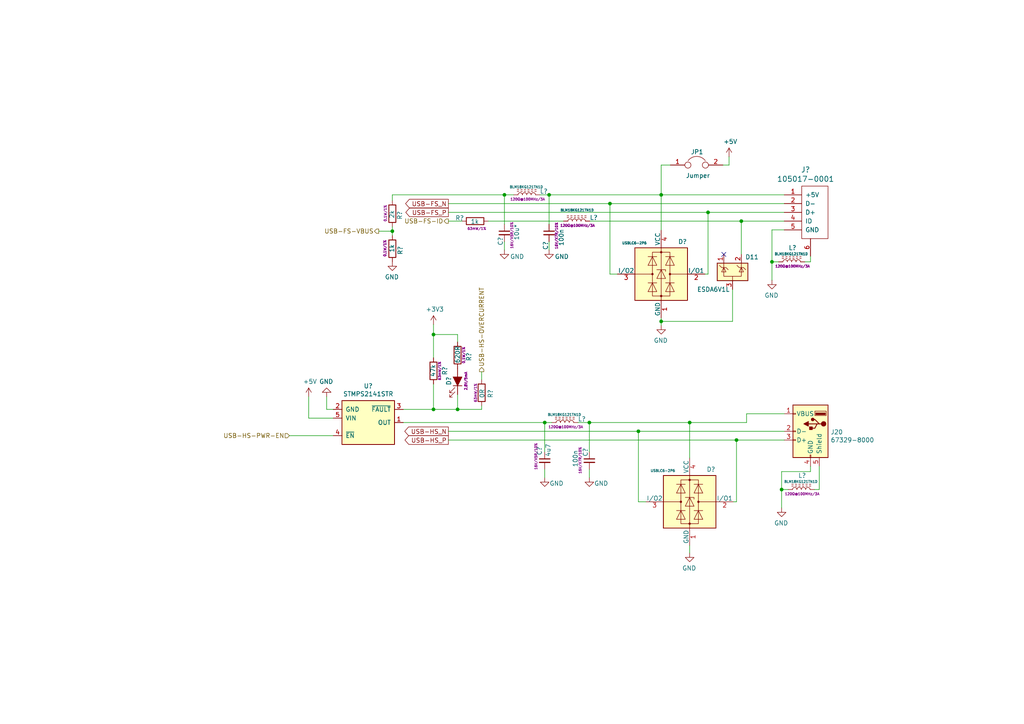
<source format=kicad_sch>
(kicad_sch (version 20231120) (generator "eeschema") (generator_version "8.0")
  (paper "A4")
  (title_block (title "Buddy") (date "2019-10-24") (rev "v1.0.0") (company "PRUSA Research s.r.o.") (comment 1 "http://creativecommons.org/licenses/by-sa/4.0/") (comment 2 "Licensed under the Attribution-ShareAlike 4.0 International (CC BY-SA 4.0)"))
  (lib_symbols
    (symbol "BUDDY_v1.0.0-rescue:+3.3V-power" (power) (pin_names (offset 0))
      (property "Value" "power:+3.3V" (at 0 3.556 0))
      (symbol "+3.3V-power_0_1"
        (polyline (pts (xy -0.762 1.27) (xy 0 2.54)))
        (polyline (pts (xy 0 0) (xy 0 2.54)))
        (polyline (pts (xy 0 2.54) (xy 0.762 1.27)))
      )
      (symbol "+3.3V-power_1_1"
        (pin power_in line (at 0 0 90) (length 0) hide (name "+3V3") (number "1"))
      )
    )
    (symbol "BUDDY_v1.0.0-rescue:+5V-power" (power) (pin_names (offset 0))
      (property "Value" "power:+5V" (at 0 3.556 0))
      (symbol "+5V-power_0_1"
        (polyline (pts (xy -0.762 1.27) (xy 0 2.54)))
        (polyline (pts (xy 0 0) (xy 0 2.54)))
        (polyline (pts (xy 0 2.54) (xy 0.762 1.27)))
      )
      (symbol "+5V-power_1_1"
        (pin power_in line (at 0 0 90) (length 0) hide (name "+5V") (number "1"))
      )
    )
    (symbol "BUDDY_v1.0.0-rescue:GND-power" (power) (pin_names (offset 0))
      (property "Value" "power:GND" (at 0 -3.81 0))
      (symbol "GND-power_0_1"
        (polyline (pts (xy 0 0) (xy 0 -1.27) (xy 1.27 -1.27) (xy 0 -2.54) (xy -1.27 -1.27) (xy 0 -1.27)))
      )
      (symbol "GND-power_1_1"
        (pin power_in line (at 0 0 270) (length 0) hide (name "GND") (number "1"))
      )
    )
    (symbol "BUDDY_v1.0.0-rescue:Jumper-Device" (pin_names (offset 0.762) hide)
      (property "Reference" "JP" (at 0 3.81 0))
      (property "Value" "Device:Jumper" (at 0 -2.032 0))
      (symbol "Jumper-Device_0_1"
        (circle (center -2.54 0) (radius 0.889))
        (arc (start 2.5146 1.27) (mid 0.0078 2.5097) (end -2.4892 1.27))
        (circle (center 2.54 0) (radius 0.889))
        (pin passive line (at -7.62 0 0) (length 4.191) (name "1") (number "1"))
        (pin passive line (at 7.62 0 180) (length 4.191) (name "2") (number "2"))
      )
    )
    (symbol "BUDDY_v1.0.0-rescue:LED_ALT-Device" (pin_numbers hide) (pin_names (offset 1.016) hide)
      (property "Reference" "D" (at 0 2.54 0))
      (property "Value" "Device:LED_ALT" (at 0 -2.54 0))
      (symbol "LED_ALT-Device_0_1"
        (polyline (pts (xy -1.27 -1.27) (xy -1.27 1.27)) (stroke (width 0.2032)))
        (polyline (pts (xy -1.27 0) (xy 1.27 0)))
        (polyline (pts (xy 1.27 -1.27) (xy 1.27 1.27) (xy -1.27 0) (xy 1.27 -1.27)) (stroke (width 0.2032)) (fill (type outline)))
        (polyline (pts (xy -3.048 -0.762) (xy -4.572 -2.286) (xy -3.81 -2.286) (xy -4.572 -2.286) (xy -4.572 -1.524)))
        (polyline (pts (xy -1.778 -0.762) (xy -3.302 -2.286) (xy -2.54 -2.286) (xy -3.302 -2.286) (xy -3.302 -1.524)))
      )
      (symbol "LED_ALT-Device_1_1"
        (pin passive line (at -3.81 0 0) (length 2.54) (name "K") (number "1"))
        (pin passive line (at 3.81 0 180) (length 2.54) (name "A") (number "2"))
      )
    )
    (symbol "BUDDY_v1.0.0-rescue:L_Core_Ferrite-Device" (pin_numbers hide) (pin_names (offset 1.016) hide)
      (property "Reference" "L" (at -1.27 0 90))
      (property "Value" "Device:L_Core_Ferrite" (at 2.794 0 90))
      (symbol "L_Core_Ferrite-Device_0_1"
        (arc (start 0 -2.54) (mid 0.635 -1.905) (end 0 -1.27))
        (arc (start 0 -1.27) (mid 0.635 -0.635) (end 0 0))
        (polyline (pts (xy 1.016 -2.794) (xy 1.016 -2.286)))
        (polyline (pts (xy 1.016 -1.778) (xy 1.016 -1.27)))
        (polyline (pts (xy 1.016 -0.762) (xy 1.016 -0.254)))
        (polyline (pts (xy 1.016 0.254) (xy 1.016 0.762)))
        (polyline (pts (xy 1.016 1.27) (xy 1.016 1.778)))
        (polyline (pts (xy 1.016 2.286) (xy 1.016 2.794)))
        (polyline (pts (xy 1.524 -2.286) (xy 1.524 -2.794)))
        (polyline (pts (xy 1.524 -1.27) (xy 1.524 -1.778)))
        (polyline (pts (xy 1.524 -0.254) (xy 1.524 -0.762)))
        (polyline (pts (xy 1.524 0.762) (xy 1.524 0.254)))
        (polyline (pts (xy 1.524 1.778) (xy 1.524 1.27)))
        (polyline (pts (xy 1.524 2.794) (xy 1.524 2.286)))
        (arc (start 0 0) (mid 0.635 0.635) (end 0 1.27))
        (arc (start 0 1.27) (mid 0.635 1.905) (end 0 2.54))
      )
      (symbol "L_Core_Ferrite-Device_1_1"
        (pin passive line (at 0 3.81 270) (length 1.27) (name "1") (number "1"))
        (pin passive line (at 0 -3.81 90) (length 1.27) (name "2") (number "2"))
      )
    )
    (symbol "BUDDY_v1.0.0-rescue:PRTR5V0U2X-Power_Protection" (pin_names (offset 0))
      (property "Reference" "D" (at 2.794 8.636 0))
      (property "Value" "Power_Protection:PRTR5V0U2X" (at 8.128 -9.398 0))
      (symbol "PRTR5V0U2X-Power_Protection_0_1"
        (rectangle (start -7.62 -7.62) (end 7.62 7.62) (stroke (width 0.254)) (fill (type background)))
        (circle (center -2.54 0) (radius 0.254) (fill (type outline)))
        (circle (center 0 -6.35) (radius 0.254) (fill (type outline)))
        (polyline (pts (xy -2.54 -2.54) (xy -2.54 5.08)))
        (polyline (pts (xy -2.54 0) (xy -7.62 0)))
        (polyline (pts (xy -1.27 -2.54) (xy -3.81 -2.54)))
        (polyline (pts (xy -1.27 5.08) (xy -3.81 5.08)))
        (polyline (pts (xy 0 -7.62) (xy 0 -6.35)))
        (polyline (pts (xy 0 -6.35) (xy 0 1.27)))
        (polyline (pts (xy 0 1.27) (xy 0 6.35)))
        (polyline (pts (xy 0 6.35) (xy 0 7.62)))
        (polyline (pts (xy 1.27 -2.54) (xy 3.81 -2.54)))
        (polyline (pts (xy 1.27 5.08) (xy 3.81 5.08)))
        (polyline (pts (xy 2.54 -2.54) (xy 2.54 5.08)))
        (polyline (pts (xy 2.54 0) (xy 7.62 0)))
        (polyline (pts (xy 0 -6.35) (xy -2.54 -6.35) (xy -2.54 -2.54)))
        (polyline (pts (xy 1.27 1.27) (xy -1.27 1.27) (xy -1.27 0.762)))
        (polyline (pts (xy 2.54 -2.54) (xy 2.54 -6.35) (xy 0 -6.35)))
        (polyline (pts (xy -3.81 -5.08) (xy -1.27 -5.08) (xy -2.54 -2.54) (xy -3.81 -5.08)))
        (polyline (pts (xy -3.81 2.54) (xy -1.27 2.54) (xy -2.54 5.08) (xy -3.81 2.54)))
        (polyline (pts (xy -2.54 5.08) (xy -2.54 6.35) (xy 2.54 6.35) (xy 2.54 5.08)))
        (polyline (pts (xy -1.27 -1.27) (xy 1.27 -1.27) (xy 0 1.27) (xy -1.27 -1.27)))
        (polyline (pts (xy 3.81 -5.08) (xy 1.27 -5.08) (xy 2.54 -2.54) (xy 3.81 -5.08)))
        (polyline (pts (xy 3.81 2.54) (xy 1.27 2.54) (xy 2.54 5.08) (xy 3.81 2.54)))
        (circle (center 0 6.35) (radius 0.254) (fill (type outline)))
        (circle (center 2.54 0) (radius 0.254) (fill (type outline)))
      )
      (symbol "PRTR5V0U2X-Power_Protection_1_1"
        (pin power_in line (at 0 -12.7 90) (length 5.08) (name "GND") (number "1"))
        (pin passive line (at -12.7 0 0) (length 5.08) (name "I/O1") (number "2"))
        (pin passive line (at 12.7 0 180) (length 5.08) (name "I/O2") (number "3"))
        (pin power_in line (at 0 12.7 270) (length 5.08) (name "VCC") (number "4"))
      )
    )
    (symbol "BUDDY_v1.0.0-rescue:SP0502BAHT-Power_Protection" (pin_names (offset 1.016) hide)
      (property "Reference" "D" (at 5.715 2.54 0))
      (property "Value" "Power_Protection:SP0502BAHT" (at 5.715 0.635 0))
      (symbol "SP0502BAHT-Power_Protection_0_0"
        (pin input line (at 0 -5.08 90) (length 2.54) (name "A") (number "3"))
      )
      (symbol "SP0502BAHT-Power_Protection_0_1"
        (rectangle (start -4.445 2.54) (end 4.445 -2.54) (stroke (width 0.254)) (fill (type background)))
        (polyline (pts (xy -2.54 2.54) (xy -2.54 1.27)))
        (polyline (pts (xy 0 -1.27) (xy 0 -2.54)))
        (polyline (pts (xy 2.54 2.54) (xy 2.54 1.27)))
        (polyline (pts (xy -3.81 1.905) (xy -3.175 1.27) (xy -1.905 1.27) (xy -1.27 0.635)))
        (polyline (pts (xy -2.54 1.27) (xy -2.54 -1.27) (xy 2.54 -1.27) (xy 2.54 1.27)))
        (polyline (pts (xy -2.54 1.27) (xy -1.905 0) (xy -3.175 0) (xy -2.54 1.27)))
        (polyline (pts (xy 1.27 1.905) (xy 1.905 1.27) (xy 3.175 1.27) (xy 3.81 0.635)))
        (polyline (pts (xy 2.54 1.27) (xy 1.905 0) (xy 3.175 0) (xy 2.54 1.27)))
      )
      (symbol "SP0502BAHT-Power_Protection_1_1"
        (pin input line (at -2.54 5.08 270) (length 2.54) (name "K") (number "1"))
        (pin input line (at 2.54 5.08 270) (length 2.54) (name "K") (number "2"))
      )
    )
    (symbol "BUDDY_v1.0.0-rescue:STMPS2141STR-Power_Management" (pin_names (offset 1.016))
      (property "Reference" "U" (at -7.62 11.43 0))
      (property "Value" "Power_Management:STMPS2141STR" (at 7.62 8.89 0))
      (symbol "STMPS2141STR-Power_Management_0_1"
        (rectangle (start -7.62 7.62) (end 7.62 -5.08) (stroke (width 0.254)) (fill (type background)))
      )
      (symbol "STMPS2141STR-Power_Management_1_1"
        (pin power_out line (at 10.16 1.27 180) (length 2.54) (name "OUT") (number "1"))
        (pin power_in line (at -10.16 5.08 0) (length 2.54) (name "GND") (number "2"))
        (pin power_out line (at 10.16 5.08 180) (length 2.54) (name "~{FAULT}") (number "3"))
        (pin input line (at -10.16 -2.54 0) (length 2.54) (name "~{EN}") (number "4"))
        (pin power_in line (at -10.16 2.54 0) (length 2.54) (name "VIN") (number "5"))
      )
    )
    (symbol "BUDDY_v1.0.0-rescue:USB-micro-Connector" (pin_names (offset 1.016))
      (property "Reference" "J" (at 1.27 -8.89 0))
      (property "Value" "Connector:USB-micro" (at -1.27 8.89 0))
      (symbol "USB-micro-Connector_0_1"
        (rectangle (start 0 7.62) (end -7.62 -7.62))
      )
      (symbol "USB-micro-Connector_1_1"
        (pin input line (at 5.08 5.08 180) (length 5.08) (name "+5V") (number "1"))
        (pin input line (at 5.08 2.54 180) (length 5.08) (name "D-") (number "2"))
        (pin input line (at 5.08 0 180) (length 5.08) (name "D+") (number "3"))
        (pin input line (at 5.08 -2.54 180) (length 5.08) (name "ID") (number "4"))
        (pin input line (at 5.08 -5.08 180) (length 5.08) (name "GND") (number "5"))
        (pin input line (at -2.54 -12.7 90) (length 5.08) (name "~") (number "6"))
      )
    )
    (symbol "BUDDY_v1.0.0-rescue:USB_A-Connector" (pin_names (offset 1.016))
      (property "Reference" "J" (at -5.08 11.43 0))
      (property "Value" "Connector:USB_A" (at -5.08 8.89 0))
      (symbol "USB_A-Connector_0_1"
        (rectangle (start -5.08 -7.62) (end 5.08 7.62) (stroke (width 0.254)) (fill (type background)))
        (circle (center -3.81 2.159) (radius 0.635) (stroke (width 0.254)) (fill (type outline)))
        (rectangle (start -1.524 4.826) (end -4.318 5.334) (fill (type outline)))
        (rectangle (start -1.27 4.572) (end -4.572 5.842))
        (circle (center -0.635 3.429) (radius 0.381) (stroke (width 0.254)) (fill (type outline)))
        (rectangle (start -0.127 -7.62) (end 0.127 -6.858))
        (polyline (pts (xy -3.175 2.159) (xy -2.54 2.159) (xy -1.27 3.429) (xy -0.635 3.429)) (stroke (width 0.254)))
        (polyline (pts (xy -2.54 2.159) (xy -1.905 2.159) (xy -1.27 0.889) (xy 0 0.889)) (stroke (width 0.254)))
        (polyline (pts (xy 0.635 2.794) (xy 0.635 1.524) (xy 1.905 2.159) (xy 0.635 2.794)) (stroke (width 0.254)) (fill (type outline)))
        (rectangle (start 0.254 1.27) (end -0.508 0.508) (stroke (width 0.254)) (fill (type outline)))
        (rectangle (start 5.08 -2.667) (end 4.318 -2.413))
        (rectangle (start 5.08 -0.127) (end 4.318 0.127))
        (rectangle (start 5.08 4.953) (end 4.318 5.207))
      )
      (symbol "USB_A-Connector_1_1"
        (polyline (pts (xy -1.905 2.159) (xy 0.635 2.159)) (stroke (width 0.254)))
        (pin power_in line (at 7.62 5.08 180) (length 2.54) (name "VBUS") (number "1"))
        (pin passive line (at 7.62 0 180) (length 2.54) (name "D-") (number "2"))
        (pin passive line (at 7.62 -2.54 180) (length 2.54) (name "D+") (number "3"))
        (pin power_in line (at 0 -10.16 90) (length 2.54) (name "GND") (number "4"))
        (pin passive line (at -2.54 -10.16 90) (length 2.54) (name "Shield") (number "5"))
      )
    )
    (symbol "Device:C_Small" (pin_numbers hide) (pin_names (offset 0.254) hide)
      (property "Reference" "C" (at 0.254 1.778 0))
      (property "Value" "C_Small" (at 0.254 -2.032 0))
      (symbol "C_Small_0_1"
        (polyline (pts (xy -1.524 -0.508) (xy 1.524 -0.508)) (stroke (width 0.3302)))
        (polyline (pts (xy -1.524 0.508) (xy 1.524 0.508)) (stroke (width 0.3048)))
      )
      (symbol "C_Small_1_1"
        (pin passive line (at 0 2.54 270) (length 2.032) (name "~") (number "1"))
        (pin passive line (at 0 -2.54 90) (length 2.032) (name "~") (number "2"))
      )
    )
    (symbol "Device:R" (pin_numbers hide) (pin_names (offset 0))
      (property "Reference" "R" (at 2.032 0 90))
      (property "Value" "R" (at 0 0 90))
      (symbol "R_0_1"
        (rectangle (start -1.016 -2.54) (end 1.016 2.54) (stroke (width 0.254)))
      )
      (symbol "R_1_1"
        (pin passive line (at 0 3.81 270) (length 1.27) (name "~") (number "1"))
        (pin passive line (at 0 -3.81 90) (length 1.27) (name "~") (number "2"))
      )
    )
  )
  (junction (at 170.942 122.555))
  (junction (at 191.77 93.218))
  (junction (at 205.359 61.595))
  (junction (at 146.304 56.515))
  (junction (at 213.614 127.635))
  (junction (at 125.73 97.028))
  (junction (at 157.988 122.555))
  (junction (at 176.911 59.055))
  (junction (at 191.77 56.515))
  (junction (at 159.258 56.515))
  (junction (at 200.025 122.555))
  (junction (at 185.166 125.095))
  (junction (at 223.901 75.946))
  (junction (at 215.011 64.135))
  (junction (at 125.73 118.745))
  (junction (at 113.792 67.056))
  (junction (at 226.695 141.986))
  (junction (at 132.715 118.745))
  (no_connect (at 209.931 73.787))
  (wire (pts (xy 204.47 79.502) (xy 205.359 79.502)))
  (wire (pts (xy 235.077 136.779) (xy 226.695 136.779)))
  (wire (pts (xy 170.942 131.064) (xy 170.942 122.555)))
  (wire (pts (xy 125.73 97.028) (xy 125.73 103.759)))
  (wire (pts (xy 200.025 158.242) (xy 200.025 160.401)))
  (wire (pts (xy 141.605 64.135) (xy 163.449 64.135)))
  (wire (pts (xy 223.901 66.675) (xy 227.457 66.675)))
  (wire (pts (xy 146.304 56.515) (xy 146.304 65.024)))
  (wire (pts (xy 223.901 75.946) (xy 223.901 81.28)))
  (wire (pts (xy 191.77 93.218) (xy 212.471 93.218)))
  (wire (pts (xy 130.048 64.135) (xy 133.985 64.135)))
  (wire (pts (xy 223.901 66.675) (xy 223.901 75.946)))
  (wire (pts (xy 205.359 61.595) (xy 227.457 61.595)))
  (wire (pts (xy 225.806 75.946) (xy 223.901 75.946)))
  (wire (pts (xy 130.048 127.635) (xy 213.614 127.635)))
  (wire (pts (xy 89.535 121.285) (xy 89.535 115.062)))
  (wire (pts (xy 213.614 127.635) (xy 227.457 127.635)))
  (wire (pts (xy 113.792 67.056) (xy 113.792 65.786)))
  (wire (pts (xy 132.715 118.745) (xy 139.7 118.745)))
  (wire (pts (xy 215.011 73.787) (xy 215.011 64.135)))
  (wire (pts (xy 205.359 79.502) (xy 205.359 61.595)))
  (wire (pts (xy 233.426 75.946) (xy 235.077 75.946)))
  (wire (pts (xy 159.258 65.024) (xy 159.258 56.515)))
  (wire (pts (xy 237.617 135.255) (xy 237.617 141.986)))
  (wire (pts (xy 159.258 72.517) (xy 159.258 70.104)))
  (wire (pts (xy 146.304 56.515) (xy 148.971 56.515)))
  (wire (pts (xy 171.069 64.135) (xy 215.011 64.135)))
  (wire (pts (xy 130.048 61.595) (xy 205.359 61.595)))
  (wire (pts (xy 191.77 66.802) (xy 191.77 56.515)))
  (wire (pts (xy 187.325 145.542) (xy 185.166 145.542)))
  (wire (pts (xy 191.77 56.515) (xy 191.77 47.879)))
  (wire (pts (xy 216.535 120.015) (xy 216.535 122.555)))
  (wire (pts (xy 170.942 138.557) (xy 170.942 136.144)))
  (wire (pts (xy 157.988 122.555) (xy 157.988 131.064)))
  (wire (pts (xy 212.725 145.542) (xy 213.614 145.542)))
  (wire (pts (xy 191.77 94.361) (xy 191.77 93.218)))
  (wire (pts (xy 185.166 125.095) (xy 227.457 125.095)))
  (wire (pts (xy 125.73 97.028) (xy 132.715 97.028)))
  (wire (pts (xy 130.048 59.055) (xy 176.911 59.055)))
  (wire (pts (xy 113.792 56.515) (xy 146.304 56.515)))
  (wire (pts (xy 191.77 47.879) (xy 194.437 47.879)))
  (wire (pts (xy 113.792 67.056) (xy 109.855 67.056)))
  (wire (pts (xy 125.73 118.745) (xy 132.715 118.745)))
  (wire (pts (xy 139.7 118.745) (xy 139.7 117.729)))
  (wire (pts (xy 116.967 122.555) (xy 157.988 122.555)))
  (wire (pts (xy 94.742 118.745) (xy 94.742 115.062)))
  (wire (pts (xy 209.677 47.879) (xy 211.455 47.879)))
  (wire (pts (xy 96.647 126.365) (xy 83.947 126.365)))
  (wire (pts (xy 226.695 141.986) (xy 226.695 147.32)))
  (wire (pts (xy 167.64 122.555) (xy 170.942 122.555)))
  (wire (pts (xy 157.988 122.555) (xy 160.02 122.555)))
  (wire (pts (xy 213.614 145.542) (xy 213.614 127.635)))
  (wire (pts (xy 132.715 118.745) (xy 132.715 114.427)))
  (wire (pts (xy 132.715 97.028) (xy 132.715 99.187)))
  (wire (pts (xy 113.792 68.326) (xy 113.792 67.056)))
  (wire (pts (xy 139.7 110.109) (xy 139.7 107.823)))
  (wire (pts (xy 191.77 56.515) (xy 227.457 56.515)))
  (wire (pts (xy 235.077 75.946) (xy 235.077 74.295)))
  (wire (pts (xy 237.617 141.986) (xy 236.22 141.986)))
  (wire (pts (xy 185.166 145.542) (xy 185.166 125.095)))
  (wire (pts (xy 176.911 59.055) (xy 227.457 59.055)))
  (wire (pts (xy 226.695 136.779) (xy 226.695 141.986)))
  (wire (pts (xy 146.304 72.517) (xy 146.304 70.104)))
  (wire (pts (xy 159.258 56.515) (xy 191.77 56.515)))
  (wire (pts (xy 125.73 97.028) (xy 125.73 94.107)))
  (wire (pts (xy 227.457 120.015) (xy 216.535 120.015)))
  (wire (pts (xy 211.455 47.879) (xy 211.455 45.466)))
  (wire (pts (xy 228.6 141.986) (xy 226.695 141.986)))
  (wire (pts (xy 96.647 121.285) (xy 89.535 121.285)))
  (wire (pts (xy 200.025 122.555) (xy 216.535 122.555)))
  (wire (pts (xy 212.471 93.218) (xy 212.471 83.947)))
  (wire (pts (xy 96.647 118.745) (xy 94.742 118.745)))
  (wire (pts (xy 176.911 79.502) (xy 176.911 59.055)))
  (wire (pts (xy 116.967 118.745) (xy 125.73 118.745)))
  (wire (pts (xy 113.792 58.166) (xy 113.792 56.515)))
  (wire (pts (xy 157.988 138.557) (xy 157.988 136.144)))
  (wire (pts (xy 170.942 122.555) (xy 200.025 122.555)))
  (wire (pts (xy 130.048 125.095) (xy 185.166 125.095)))
  (wire (pts (xy 125.73 111.379) (xy 125.73 118.745)))
  (wire (pts (xy 156.591 56.515) (xy 159.258 56.515)))
  (wire (pts (xy 215.011 64.135) (xy 227.457 64.135)))
  (wire (pts (xy 179.07 79.502) (xy 176.911 79.502)))
  (wire (pts (xy 200.025 132.842) (xy 200.025 122.555)))
  (wire (pts (xy 191.77 93.218) (xy 191.77 92.202)))
  (wire (pts (xy 235.077 135.255) (xy 235.077 136.779)))
  (global_label "USB-FS_N" (shape output) (at 130.048 59.055 180) (property "Intersheetrefs" "${INTERSHEET_REFS}" (effects (hide yes))))
  (global_label "USB-HS_P" (shape output) (at 130.048 127.635 180) (property "Intersheetrefs" "${INTERSHEET_REFS}" (effects (hide yes))))
  (global_label "USB-HS_N" (shape output) (at 130.048 125.095 180) (property "Intersheetrefs" "${INTERSHEET_REFS}" (effects (hide yes))))
  (global_label "USB-FS_P" (shape output) (at 130.048 61.595 180) (property "Intersheetrefs" "${INTERSHEET_REFS}" (effects (hide yes))))
  (hierarchical_label "USB-FS-VBUS" (shape output) (at 109.855 67.056 180))
  (hierarchical_label "USB-HS-OVERCURRENT" (shape output) (at 139.7 107.823 90))
  (hierarchical_label "USB-FS-ID" (shape output) (at 130.048 64.135 180))
  (hierarchical_label "USB-HS-PWR-EN" (shape input) (at 83.947 126.365 180))
  (symbol (lib_id "BUDDY_v1.0.0-rescue:L_Core_Ferrite-Device") (at 229.616 75.946 90) (unit 1)
    (property "Reference" "L?" (at 229.87 71.882 90))
    (property "Value" "BLM18KG121TN1D" (at 229.489 73.66 90) (effects (font (size 0.7112 0.7112))))
    (property "Footprint" "A3IDES_footprints:R_0603_1608Metric" (effects (hide yes)))
    (property "req" "120Ω@100MHz/3A" (at 229.87 77.216 90) (effects (font (size 0.7112 0.7112))))
    (instances (project "" (path "" (reference "L?") (unit 1)) (path "" (reference "L?") (unit 1)) (path "" (reference "L?") (unit 1)) (path "" (reference "L9") (unit 1))))
  )
  (symbol (lib_id "BUDDY_v1.0.0-rescue:SP0502BAHT-Power_Protection") (at 212.471 78.867 0) (unit 1)
    (property "Reference" "D11" (at 216.154 74.549 0) (effects (justify left)))
    (property "Value" "ESDA6V1L" (at 202.184 83.947 0) (effects (justify left)))
    (property "Footprint" "A3IDES_footprints:SOT-23" (effects (hide yes)))
  )
  (symbol (lib_id "Device:R") (at 113.792 72.136 0) (unit 1)
    (property "Reference" "R19" (at 116.078 73.914 90) (effects (justify left)))
    (property "Value" "1k" (at 113.665 73.279 90) (effects (justify left)))
    (property "Footprint" "A3IDES_footprints:R_0603_1608Metric" (effects (hide yes)))
    (property "req" "0,1W/1%" (at 111.633 72.009 90) (effects (font (size 0.7112 0.7112))))
    (instances (project "" (path "" (reference "R?") (unit 1)) (path "" (reference "R19") (unit 1))))
  )
  (symbol (lib_id "Device:R") (at 113.792 61.976 0) (unit 1)
    (property "Reference" "R20" (at 115.951 63.754 90) (effects (justify left)))
    (property "Value" "2k" (at 113.665 63.373 90) (effects (justify left)))
    (property "Footprint" "A3IDES_footprints:R_0603_1608Metric" (effects (hide yes)))
    (property "req" "0,1W/1%" (at 111.76 61.849 90) (effects (font (size 0.7112 0.7112))))
    (instances (project "" (path "" (reference "R?") (unit 1)) (path "" (reference "R20") (unit 1))))
  )
  (symbol (lib_id "BUDDY_v1.0.0-rescue:GND-power") (at 113.792 75.946 0) (mirror y) (unit 1)
    (property "Reference" "#PWR0112" (effects (hide yes)))
    (property "Value" "GND" (at 113.665 80.3402 0))
    (instances (project "" (path "" (reference "#PWR?") (unit 1)) (path "" (reference "#PWR0112") (unit 1))))
  )
  (symbol (lib_id "BUDDY_v1.0.0-rescue:USB-micro-Connector") (at 232.537 61.595 0) (mirror y) (unit 1)
    (property "Reference" "J2" (at 233.6546 49.2252 0) (effects (font (size 1.524 1.524))))
    (property "Value" "105017-0001" (at 233.6546 51.9176 0) (effects (font (size 1.524 1.524))))
    (property "Footprint" "A3IDES_footprints:USB-micro" (effects (hide yes)))
    (instances (project "" (path "" (reference "J?") (unit 1)) (path "" (reference "J2") (unit 1))))
  )
  (symbol (lib_id "BUDDY_v1.0.0-rescue:GND-power") (at 223.901 81.28 0) (mirror y) (unit 1)
    (property "Reference" "#PWR024" (effects (hide yes)))
    (property "Value" "GND" (at 223.774 85.6742 0))
    (instances (project "" (path "" (reference "#PWR?") (unit 1)) (path "" (reference "#PWR024") (unit 1))))
  )
  (symbol (lib_id "BUDDY_v1.0.0-rescue:PRTR5V0U2X-Power_Protection") (at 191.77 79.502 0) (mirror y) (unit 1)
    (property "Reference" "D10" (at 199.263 70.104 0) (effects (justify left)))
    (property "Value" "USBLC6-2P6" (at 187.579 70.485 0) (effects (font (size 0.7112 0.7112)) (justify left)))
    (property "Footprint" "A3IDES_footprints:SOT143B" (effects (hide yes)))
    (instances (project "" (path "" (reference "D?") (unit 1)) (path "" (reference "D10") (unit 1))))
  )
  (symbol (lib_id "BUDDY_v1.0.0-rescue:GND-power") (at 191.77 94.361 0) (mirror y) (unit 1)
    (property "Reference" "#PWR020" (effects (hide yes)))
    (property "Value" "GND" (at 191.643 98.7552 0))
    (instances (project "" (path "" (reference "#PWR?") (unit 1)) (path "" (reference "#PWR020") (unit 1))))
  )
  (symbol (lib_id "Device:C_Small") (at 146.304 67.564 0) (unit 1)
    (property "Reference" "C?" (at 145.161 71.247 90) (effects (justify left)))
    (property "Value" "10u*" (at 149.86 69.723 90) (effects (justify left)))
    (property "Footprint" "A3IDES_footprints:C_0805_2012Metric" (effects (hide yes)))
    (property "req" "16V/X5R/10%" (at 148.463 72.136 90) (effects (font (size 0.7112 0.7112)) (justify left)))
    (instances (project "" (path "" (reference "C?") (unit 1)) (path "" (reference "C?") (unit 1)) (path "" (reference "C5") (unit 1))))
  )
  (symbol (lib_id "BUDDY_v1.0.0-rescue:GND-power") (at 146.304 72.517 0) (mirror y) (unit 1)
    (property "Reference" "#PWR022" (effects (hide yes)))
    (property "Value" "GND" (at 149.987 74.422 0))
    (instances (project "" (path "" (reference "#PWR?") (unit 1)) (path "" (reference "#PWR022") (unit 1))))
  )
  (symbol (lib_id "BUDDY_v1.0.0-rescue:GND-power") (at 226.695 147.32 0) (mirror y) (unit 1)
    (property "Reference" "#PWR0195" (effects (hide yes)))
    (property "Value" "GND" (at 226.568 151.7142 0))
    (instances (project "" (path "" (reference "#PWR?") (unit 1)) (path "" (reference "#PWR0195") (unit 1))))
  )
  (symbol (lib_id "BUDDY_v1.0.0-rescue:PRTR5V0U2X-Power_Protection") (at 200.025 145.542 0) (mirror y) (unit 1)
    (property "Reference" "D22" (at 207.518 136.144 0) (effects (justify left)))
    (property "Value" "USBLC6-2P6" (at 195.834 136.525 0) (effects (font (size 0.7112 0.7112)) (justify left)))
    (property "Footprint" "A3IDES_footprints:SOT143B" (effects (hide yes)))
    (instances (project "" (path "" (reference "D?") (unit 1)) (path "" (reference "D22") (unit 1))))
  )
  (symbol (lib_id "BUDDY_v1.0.0-rescue:GND-power") (at 200.025 160.401 0) (mirror y) (unit 1)
    (property "Reference" "#PWR0196" (effects (hide yes)))
    (property "Value" "GND" (at 199.898 164.7952 0))
    (instances (project "" (path "" (reference "#PWR?") (unit 1)) (path "" (reference "#PWR0196") (unit 1))))
  )
  (symbol (lib_id "BUDDY_v1.0.0-rescue:STMPS2141STR-Power_Management") (at 106.807 123.825 0) (unit 1)
    (property "Reference" "U12" (at 106.807 111.9632 0))
    (property "Value" "STMPS2141STR" (at 106.807 114.2746 0))
    (property "Footprint" "A3IDES_footprints:SOT-23-5" (effects (hide yes)))
    (instances (project "" (path "" (reference "U?") (unit 1)) (path "" (reference "U12") (unit 1))))
  )
  (symbol (lib_id "Device:C_Small") (at 157.988 133.604 0) (unit 1)
    (property "Reference" "C?" (at 156.464 132.08 90) (effects (justify left)))
    (property "Value" "4u7" (at 159.004 132.461 90) (effects (justify left)))
    (property "Footprint" "A3IDES_footprints:C_0805_2012Metric" (effects (hide yes)))
    (property "req" "16V/X5R/10%" (at 155.448 136.271 90) (effects (font (size 0.7112 0.7112)) (justify left)))
    (instances (project "" (path "" (reference "C?") (unit 1)) (path "" (reference "C?") (unit 1)) (path "" (reference "C21") (unit 1))))
  )
  (symbol (lib_id "BUDDY_v1.0.0-rescue:GND-power") (at 157.988 138.557 0) (mirror y) (unit 1)
    (property "Reference" "#PWR0197" (effects (hide yes)))
    (property "Value" "GND" (at 161.417 140.208 0))
    (instances (project "" (path "" (reference "#PWR?") (unit 1)) (path "" (reference "#PWR0197") (unit 1))))
  )
  (symbol (lib_id "BUDDY_v1.0.0-rescue:LED_ALT-Device") (at 132.715 110.617 270) (mirror x) (unit 1)
    (property "Reference" "D17" (at 130.175 110.49 0))
    (property "Value" "GRN" (effects (hide yes)))
    (property "Footprint" "A3IDES_footprints:LED_0603" (effects (hide yes)))
    (property "req" "2,8V/5mA" (at 135.128 110.49 0) (effects (font (size 0.7112 0.7112))))
    (instances (project "" (path "" (reference "D?") (unit 1)) (path "" (reference "D17") (unit 1))))
  )
  (symbol (lib_id "Device:R") (at 125.73 107.569 0) (unit 1)
    (property "Reference" "R87" (at 129.032 108.839 90) (effects (justify left)))
    (property "Value" "47k" (at 125.603 109.347 90) (effects (justify left)))
    (property "Footprint" "A3IDES_footprints:R_0402_1005Metric" (effects (hide yes)))
    (property "req" "63mW/1%" (at 127.508 107.569 90) (effects (font (size 0.7112 0.7112))))
    (instances (project "" (path "" (reference "R?") (unit 1)) (path "" (reference "R87") (unit 1))))
  )
  (symbol (lib_id "Device:R") (at 132.715 102.997 0) (unit 1)
    (property "Reference" "R88" (at 136.017 104.775 90) (effects (justify left)))
    (property "Value" "620R" (at 132.715 105.41 90) (effects (justify left)))
    (property "Footprint" "A3IDES_footprints:R_0603_1608Metric" (effects (hide yes)))
    (property "req" "0,1W/1%" (at 134.493 102.997 90) (effects (font (size 0.7112 0.7112))))
    (instances (project "" (path "" (reference "R?") (unit 1)) (path "" (reference "R88") (unit 1))))
  )
  (symbol (lib_id "Device:R") (at 139.7 113.919 180) (unit 1)
    (property "Reference" "R92" (at 142.24 112.903 90) (effects (justify left)))
    (property "Value" "0R" (at 139.827 112.776 90) (effects (justify left)))
    (property "Footprint" "A3IDES_footprints:R_0402_1005Metric" (effects (hide yes)))
    (property "req" "63mW/1%" (at 137.922 113.919 90) (effects (font (size 0.7112 0.7112))))
    (instances (project "" (path "" (reference "R?") (unit 1)) (path "" (reference "R92") (unit 1))))
  )
  (symbol (lib_id "BUDDY_v1.0.0-rescue:+3.3V-power") (at 125.73 94.107 0) (unit 1)
    (property "Reference" "#PWR0198" (effects (hide yes)))
    (property "Value" "+3V3" (at 126.111 89.7128 0))
    (instances (project "" (path "" (reference "#PWR?") (unit 1)) (path "" (reference "#PWR0198") (unit 1))))
  )
  (symbol (lib_id "BUDDY_v1.0.0-rescue:GND-power") (at 94.742 115.062 180) (unit 1)
    (property "Reference" "#PWR0199" (effects (hide yes)))
    (property "Value" "GND" (at 94.615 110.6678 0))
    (instances (project "" (path "" (reference "#PWR?") (unit 1)) (path "" (reference "#PWR0199") (unit 1))))
  )
  (symbol (lib_id "BUDDY_v1.0.0-rescue:+5V-power") (at 89.535 115.062 0) (unit 1)
    (property "Reference" "#PWR0200" (effects (hide yes)))
    (property "Value" "+5V" (at 89.916 110.6678 0))
    (instances (project "" (path "" (reference "#PWR?") (unit 1)) (path "" (reference "#PWR0200") (unit 1))))
  )
  (symbol (lib_id "BUDDY_v1.0.0-rescue:L_Core_Ferrite-Device") (at 163.83 122.555 90) (unit 1)
    (property "Reference" "L?" (at 168.783 121.539 90))
    (property "Value" "BLM18KG121TN1D" (at 163.703 120.269 90) (effects (font (size 0.7112 0.7112))))
    (property "Footprint" "A3IDES_footprints:R_0603_1608Metric" (effects (hide yes)))
    (property "req" "120Ω@100MHz/3A" (at 164.084 123.825 90) (effects (font (size 0.7112 0.7112))))
    (instances (project "" (path "" (reference "L?") (unit 1)) (path "" (reference "L?") (unit 1)) (path "" (reference "L?") (unit 1)) (path "" (reference "L27") (unit 1))))
  )
  (symbol (lib_id "BUDDY_v1.0.0-rescue:L_Core_Ferrite-Device") (at 232.41 141.986 90) (unit 1)
    (property "Reference" "L?" (at 232.664 137.922 90))
    (property "Value" "BLM18KG121TN1D" (at 232.283 139.7 90) (effects (font (size 0.7112 0.7112))))
    (property "Footprint" "A3IDES_footprints:R_0603_1608Metric" (effects (hide yes)))
    (property "req" "120Ω@100MHz/3A" (at 232.664 143.256 90) (effects (font (size 0.7112 0.7112))))
    (instances (project "" (path "" (reference "L?") (unit 1)) (path "" (reference "L?") (unit 1)) (path "" (reference "L?") (unit 1)) (path "" (reference "L48") (unit 1))))
  )
  (symbol (lib_id "BUDDY_v1.0.0-rescue:USB_A-Connector") (at 235.077 125.095 0) (mirror y) (unit 1)
    (property "Reference" "J20" (at 240.8936 125.3236 0) (effects (justify right)))
    (property "Value" "67329-8000" (at 240.8936 127.635 0) (effects (justify right)))
    (property "Footprint" "A3IDES_footprints:USB-A-vertical-MX-67329-8000" (effects (hide yes)))
  )
  (symbol (lib_id "Device:R") (at 137.795 64.135 90) (unit 1)
    (property "Reference" "R21" (at 134.62 63.246 90) (effects (justify left)))
    (property "Value" "1k" (at 138.938 64.262 90) (effects (justify left)))
    (property "Footprint" "A3IDES_footprints:R_0402_1005Metric" (effects (hide yes)))
    (property "req" "63mW/1%" (at 138.303 66.294 90) (effects (font (size 0.7112 0.7112))))
    (instances (project "" (path "" (reference "R?") (unit 1)) (path "" (reference "R21") (unit 1))))
  )
  (symbol (lib_id "BUDDY_v1.0.0-rescue:L_Core_Ferrite-Device") (at 167.259 64.135 90) (unit 1)
    (property "Reference" "L?" (at 172.212 63.119 90))
    (property "Value" "BLM18KG121TN1D" (at 167.386 60.96 90) (effects (font (size 0.7112 0.7112))))
    (property "Footprint" "A3IDES_footprints:R_0603_1608Metric" (effects (hide yes)))
    (property "req" "120Ω@100MHz/3A" (at 167.513 65.405 90) (effects (font (size 0.7112 0.7112))))
    (instances (project "" (path "" (reference "L?") (unit 1)) (path "" (reference "L?") (unit 1)) (path "" (reference "L?") (unit 1)) (path "" (reference "L8") (unit 1))))
  )
  (symbol (lib_id "Device:C_Small") (at 159.258 67.564 0) (unit 1)
    (property "Reference" "C?" (at 158.242 72.517 90) (effects (justify left)))
    (property "Value" "100n" (at 162.814 71.374 90) (effects (justify left)))
    (property "Footprint" "A3IDES_footprints:C_0402_1005Metric" (effects (hide yes)))
    (property "req" "16V/X7R/10%" (at 161.417 72.263 90) (effects (font (size 0.7112 0.7112)) (justify left)))
    (instances (project "" (path "" (reference "C?") (unit 1)) (path "" (reference "C?") (unit 1)) (path "" (reference "C87") (unit 1)) (path "" (reference "C?") (unit 1))))
  )
  (symbol (lib_id "Device:C_Small") (at 170.942 133.604 0) (unit 1)
    (property "Reference" "C?" (at 169.799 132.461 90) (effects (justify left)))
    (property "Value" "100n" (at 166.878 135.509 90) (effects (justify left)))
    (property "Footprint" "A3IDES_footprints:C_0402_1005Metric" (effects (hide yes)))
    (property "req" "16V/X7R/10%" (at 168.275 137.414 90) (effects (font (size 0.7112 0.7112)) (justify left)))
    (instances (project "" (path "" (reference "C?") (unit 1)) (path "" (reference "C?") (unit 1)) (path "" (reference "C115") (unit 1)) (path "" (reference "C?") (unit 1))))
  )
  (symbol (lib_id "BUDDY_v1.0.0-rescue:GND-power") (at 170.942 138.557 0) (mirror y) (unit 1)
    (property "Reference" "#PWR0201" (effects (hide yes)))
    (property "Value" "GND" (at 174.371 140.208 0))
    (instances (project "" (path "" (reference "#PWR?") (unit 1)) (path "" (reference "#PWR0201") (unit 1))))
  )
  (symbol (lib_id "BUDDY_v1.0.0-rescue:GND-power") (at 159.258 72.517 0) (mirror y) (unit 1)
    (property "Reference" "#PWR0227" (effects (hide yes)))
    (property "Value" "GND" (at 162.941 74.422 0))
    (instances (project "" (path "" (reference "#PWR?") (unit 1)) (path "" (reference "#PWR0227") (unit 1))))
  )
  (symbol (lib_id "BUDDY_v1.0.0-rescue:L_Core_Ferrite-Device") (at 152.781 56.515 90) (unit 1)
    (property "Reference" "L?" (at 157.734 55.499 90))
    (property "Value" "BLM18KG121TN1D" (at 152.654 54.229 90) (effects (font (size 0.7112 0.7112))))
    (property "Footprint" "A3IDES_footprints:R_0603_1608Metric" (effects (hide yes)))
    (property "req" "120Ω@100MHz/3A" (at 153.035 57.785 90) (effects (font (size 0.7112 0.7112))))
    (instances (project "" (path "" (reference "L?") (unit 1)) (path "" (reference "L?") (unit 1)) (path "" (reference "L?") (unit 1)) (path "" (reference "L7") (unit 1))))
  )
  (symbol (lib_id "BUDDY_v1.0.0-rescue:Jumper-Device") (at 202.057 47.879 0) (unit 1)
    (property "Reference" "JP1" (at 202.184 44.069 0))
    (property "Value" "Jumper" (at 202.438 50.927 0))
    (property "Footprint" "Jumper:SolderJumper-2_P1.3mm_Open_TrianglePad1.0x1.5mm" (effects (hide yes)))
  )
  (symbol (lib_id "BUDDY_v1.0.0-rescue:+5V-power") (at 211.455 45.466 0) (unit 1)
    (property "Reference" "#PWR021" (effects (hide yes)))
    (property "Value" "+5V" (at 211.836 41.0718 0))
    (instances (project "" (path "" (reference "#PWR?") (unit 1)) (path "" (reference "#PWR021") (unit 1))))
  )
)
</source>
